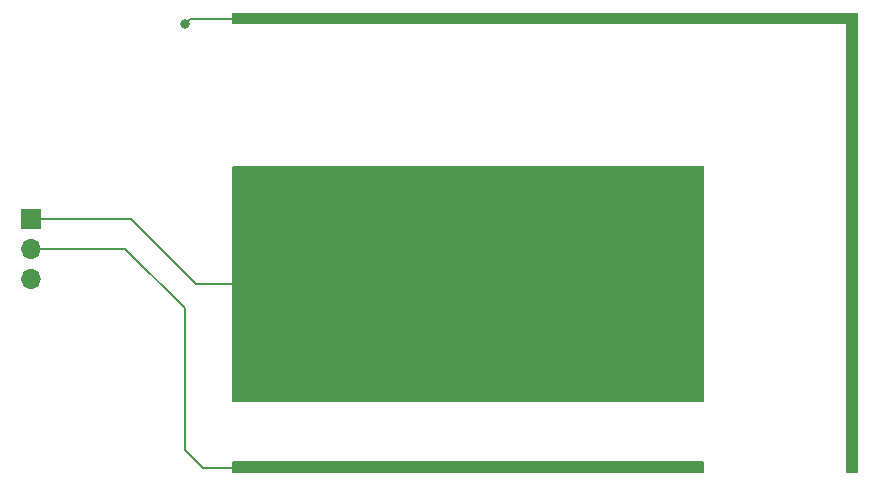
<source format=gbr>
%TF.GenerationSoftware,KiCad,Pcbnew,7.0.2-0*%
%TF.CreationDate,2025-01-08T15:26:18-05:00*%
%TF.ProjectId,plaqchek_electrodes,706c6171-6368-4656-9b5f-656c65637472,rev?*%
%TF.SameCoordinates,Original*%
%TF.FileFunction,Copper,L1,Top*%
%TF.FilePolarity,Positive*%
%FSLAX46Y46*%
G04 Gerber Fmt 4.6, Leading zero omitted, Abs format (unit mm)*
G04 Created by KiCad (PCBNEW 7.0.2-0) date 2025-01-08 15:26:18*
%MOMM*%
%LPD*%
G01*
G04 APERTURE LIST*
%TA.AperFunction,ComponentPad*%
%ADD10R,1.700000X1.700000*%
%TD*%
%TA.AperFunction,ComponentPad*%
%ADD11O,1.700000X1.700000*%
%TD*%
%TA.AperFunction,ViaPad*%
%ADD12C,0.800000*%
%TD*%
%TA.AperFunction,Conductor*%
%ADD13C,0.200000*%
%TD*%
G04 APERTURE END LIST*
D10*
%TO.P,J1,1,Pin_1*%
%TO.N,/WORKING_ELEC*%
X144000000Y-101475000D03*
D11*
%TO.P,J1,2,Pin_2*%
%TO.N,/REF_ELEC*%
X144000000Y-104015000D03*
%TO.P,J1,3,Pin_3*%
%TO.N,/COUNTER_ELEC*%
X144000000Y-106555000D03*
%TD*%
D12*
%TO.N,/COUNTER_ELEC*%
X157000000Y-85000000D03*
%TD*%
D13*
%TO.N,/WORKING_ELEC*%
X158000000Y-107000000D02*
X163000000Y-107000000D01*
X152475000Y-101475000D02*
X158000000Y-107000000D01*
X144000000Y-101475000D02*
X152475000Y-101475000D01*
%TO.N,/REF_ELEC*%
X158532503Y-122532503D02*
X161841493Y-122532503D01*
X157000000Y-109000000D02*
X157000000Y-121000000D01*
X144000000Y-104015000D02*
X144015000Y-104000000D01*
X152000000Y-104000000D02*
X157000000Y-109000000D01*
X144015000Y-104000000D02*
X152000000Y-104000000D01*
X157000000Y-121000000D02*
X158532503Y-122532503D01*
%TO.N,/COUNTER_ELEC*%
X157476331Y-84523669D02*
X161882388Y-84523669D01*
X157000000Y-85000000D02*
X157476331Y-84523669D01*
%TD*%
%TA.AperFunction,Conductor*%
%TO.N,/WORKING_ELEC*%
G36*
X200943039Y-97019685D02*
G01*
X200988794Y-97072489D01*
X201000000Y-97124000D01*
X201000000Y-116876000D01*
X200980315Y-116943039D01*
X200927511Y-116988794D01*
X200876000Y-117000000D01*
X161124000Y-117000000D01*
X161056961Y-116980315D01*
X161011206Y-116927511D01*
X161000000Y-116876000D01*
X161000000Y-97124000D01*
X161019685Y-97056961D01*
X161072489Y-97011206D01*
X161124000Y-97000000D01*
X200876000Y-97000000D01*
X200943039Y-97019685D01*
G37*
%TD.AperFunction*%
%TD*%
%TA.AperFunction,Conductor*%
%TO.N,/REF_ELEC*%
G36*
X200943039Y-122019685D02*
G01*
X200988794Y-122072489D01*
X201000000Y-122124000D01*
X201000000Y-122876000D01*
X200980315Y-122943039D01*
X200927511Y-122988794D01*
X200876000Y-123000000D01*
X161124000Y-123000000D01*
X161056961Y-122980315D01*
X161011206Y-122927511D01*
X161000000Y-122876000D01*
X161000000Y-122124000D01*
X161019685Y-122056961D01*
X161072489Y-122011206D01*
X161124000Y-122000000D01*
X200876000Y-122000000D01*
X200943039Y-122019685D01*
G37*
%TD.AperFunction*%
%TD*%
%TA.AperFunction,Conductor*%
%TO.N,/COUNTER_ELEC*%
G36*
X213943039Y-84019685D02*
G01*
X213988794Y-84072489D01*
X214000000Y-84124000D01*
X214000000Y-122876000D01*
X213980315Y-122943039D01*
X213927511Y-122988794D01*
X213876000Y-123000000D01*
X213124000Y-123000000D01*
X213056961Y-122980315D01*
X213011206Y-122927511D01*
X213000000Y-122876000D01*
X213000000Y-85000000D01*
X161124000Y-85000000D01*
X161056961Y-84980315D01*
X161011206Y-84927511D01*
X161000000Y-84876000D01*
X161000000Y-84124000D01*
X161019685Y-84056961D01*
X161072489Y-84011206D01*
X161124000Y-84000000D01*
X213876000Y-84000000D01*
X213943039Y-84019685D01*
G37*
%TD.AperFunction*%
%TD*%
M02*

</source>
